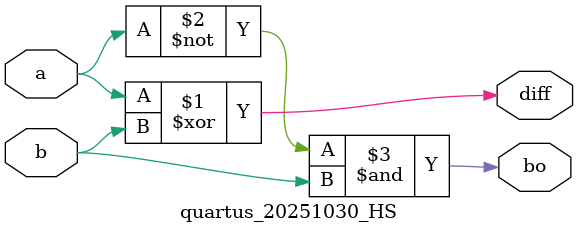
<source format=v>
module quartus_20251030_HS(input a, input b,output diff,output bo);
	assign diff = a ^ b;
	assign bo = (~a) & b;
endmodule
</source>
